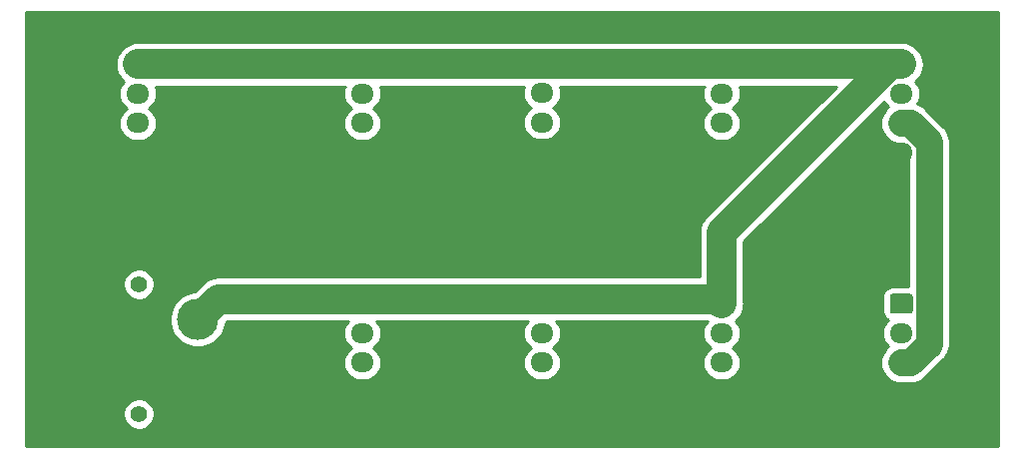
<source format=gbr>
%TF.GenerationSoftware,KiCad,Pcbnew,(5.1.9)-1*%
%TF.CreationDate,2021-07-19T11:43:35+01:00*%
%TF.ProjectId,3S-parallel-board,33532d70-6172-4616-9c6c-656c2d626f61,rev?*%
%TF.SameCoordinates,Original*%
%TF.FileFunction,Copper,L2,Bot*%
%TF.FilePolarity,Positive*%
%FSLAX46Y46*%
G04 Gerber Fmt 4.6, Leading zero omitted, Abs format (unit mm)*
G04 Created by KiCad (PCBNEW (5.1.9)-1) date 2021-07-19 11:43:35*
%MOMM*%
%LPD*%
G01*
G04 APERTURE LIST*
%TA.AperFunction,ComponentPad*%
%ADD10C,3.500000*%
%TD*%
%TA.AperFunction,ComponentPad*%
%ADD11R,3.500000X3.500000*%
%TD*%
%TA.AperFunction,ComponentPad*%
%ADD12C,1.400000*%
%TD*%
%TA.AperFunction,ComponentPad*%
%ADD13O,1.950000X1.700000*%
%TD*%
%TA.AperFunction,Conductor*%
%ADD14C,2.500000*%
%TD*%
%TA.AperFunction,Conductor*%
%ADD15C,2.300000*%
%TD*%
%TA.AperFunction,Conductor*%
%ADD16C,0.254000*%
%TD*%
%TA.AperFunction,Conductor*%
%ADD17C,0.100000*%
%TD*%
G04 APERTURE END LIST*
D10*
%TO.P,J9,2*%
%TO.N,VCC*%
X91440000Y-120730000D03*
D11*
%TO.P,J9,1*%
%TO.N,GND*%
X91440000Y-125730000D03*
D12*
%TO.P,J9,*%
%TO.N,*%
X86440000Y-117730000D03*
X86440000Y-128730000D03*
%TD*%
D13*
%TO.P,J10,4*%
%TO.N,GND*%
X86360000Y-106560000D03*
%TO.P,J10,3*%
%TO.N,Net-(J1-Pad3)*%
X86360000Y-104060000D03*
%TO.P,J10,2*%
%TO.N,Net-(J1-Pad2)*%
X86360000Y-101560000D03*
%TO.P,J10,1*%
%TO.N,VCC*%
%TA.AperFunction,ComponentPad*%
G36*
G01*
X85635000Y-98210000D02*
X87085000Y-98210000D01*
G75*
G02*
X87335000Y-98460000I0J-250000D01*
G01*
X87335000Y-99660000D01*
G75*
G02*
X87085000Y-99910000I-250000J0D01*
G01*
X85635000Y-99910000D01*
G75*
G02*
X85385000Y-99660000I0J250000D01*
G01*
X85385000Y-98460000D01*
G75*
G02*
X85635000Y-98210000I250000J0D01*
G01*
G37*
%TD.AperFunction*%
%TD*%
%TO.P,J8,4*%
%TO.N,GND*%
X151130000Y-126880000D03*
%TO.P,J8,3*%
%TO.N,Net-(J1-Pad3)*%
X151130000Y-124380000D03*
%TO.P,J8,2*%
%TO.N,Net-(J1-Pad2)*%
X151130000Y-121880000D03*
%TO.P,J8,1*%
%TO.N,VCC*%
%TA.AperFunction,ComponentPad*%
G36*
G01*
X150405000Y-118530000D02*
X151855000Y-118530000D01*
G75*
G02*
X152105000Y-118780000I0J-250000D01*
G01*
X152105000Y-119980000D01*
G75*
G02*
X151855000Y-120230000I-250000J0D01*
G01*
X150405000Y-120230000D01*
G75*
G02*
X150155000Y-119980000I0J250000D01*
G01*
X150155000Y-118780000D01*
G75*
G02*
X150405000Y-118530000I250000J0D01*
G01*
G37*
%TD.AperFunction*%
%TD*%
%TO.P,J7,4*%
%TO.N,GND*%
X135890000Y-126880000D03*
%TO.P,J7,3*%
%TO.N,Net-(J1-Pad3)*%
X135890000Y-124380000D03*
%TO.P,J7,2*%
%TO.N,Net-(J1-Pad2)*%
X135890000Y-121880000D03*
%TO.P,J7,1*%
%TO.N,VCC*%
%TA.AperFunction,ComponentPad*%
G36*
G01*
X135165000Y-118530000D02*
X136615000Y-118530000D01*
G75*
G02*
X136865000Y-118780000I0J-250000D01*
G01*
X136865000Y-119980000D01*
G75*
G02*
X136615000Y-120230000I-250000J0D01*
G01*
X135165000Y-120230000D01*
G75*
G02*
X134915000Y-119980000I0J250000D01*
G01*
X134915000Y-118780000D01*
G75*
G02*
X135165000Y-118530000I250000J0D01*
G01*
G37*
%TD.AperFunction*%
%TD*%
%TO.P,J6,4*%
%TO.N,GND*%
X120650000Y-126880000D03*
%TO.P,J6,3*%
%TO.N,Net-(J1-Pad3)*%
X120650000Y-124380000D03*
%TO.P,J6,2*%
%TO.N,Net-(J1-Pad2)*%
X120650000Y-121880000D03*
%TO.P,J6,1*%
%TO.N,VCC*%
%TA.AperFunction,ComponentPad*%
G36*
G01*
X119925000Y-118530000D02*
X121375000Y-118530000D01*
G75*
G02*
X121625000Y-118780000I0J-250000D01*
G01*
X121625000Y-119980000D01*
G75*
G02*
X121375000Y-120230000I-250000J0D01*
G01*
X119925000Y-120230000D01*
G75*
G02*
X119675000Y-119980000I0J250000D01*
G01*
X119675000Y-118780000D01*
G75*
G02*
X119925000Y-118530000I250000J0D01*
G01*
G37*
%TD.AperFunction*%
%TD*%
%TO.P,J5,4*%
%TO.N,GND*%
X105410000Y-126880000D03*
%TO.P,J5,3*%
%TO.N,Net-(J1-Pad3)*%
X105410000Y-124380000D03*
%TO.P,J5,2*%
%TO.N,Net-(J1-Pad2)*%
X105410000Y-121880000D03*
%TO.P,J5,1*%
%TO.N,VCC*%
%TA.AperFunction,ComponentPad*%
G36*
G01*
X104685000Y-118530000D02*
X106135000Y-118530000D01*
G75*
G02*
X106385000Y-118780000I0J-250000D01*
G01*
X106385000Y-119980000D01*
G75*
G02*
X106135000Y-120230000I-250000J0D01*
G01*
X104685000Y-120230000D01*
G75*
G02*
X104435000Y-119980000I0J250000D01*
G01*
X104435000Y-118780000D01*
G75*
G02*
X104685000Y-118530000I250000J0D01*
G01*
G37*
%TD.AperFunction*%
%TD*%
%TO.P,J4,4*%
%TO.N,GND*%
X151130000Y-106560000D03*
%TO.P,J4,3*%
%TO.N,Net-(J1-Pad3)*%
X151130000Y-104060000D03*
%TO.P,J4,2*%
%TO.N,Net-(J1-Pad2)*%
X151130000Y-101560000D03*
%TO.P,J4,1*%
%TO.N,VCC*%
%TA.AperFunction,ComponentPad*%
G36*
G01*
X150405000Y-98210000D02*
X151855000Y-98210000D01*
G75*
G02*
X152105000Y-98460000I0J-250000D01*
G01*
X152105000Y-99660000D01*
G75*
G02*
X151855000Y-99910000I-250000J0D01*
G01*
X150405000Y-99910000D01*
G75*
G02*
X150155000Y-99660000I0J250000D01*
G01*
X150155000Y-98460000D01*
G75*
G02*
X150405000Y-98210000I250000J0D01*
G01*
G37*
%TD.AperFunction*%
%TD*%
%TO.P,J3,4*%
%TO.N,GND*%
X135890000Y-106560000D03*
%TO.P,J3,3*%
%TO.N,Net-(J1-Pad3)*%
X135890000Y-104060000D03*
%TO.P,J3,2*%
%TO.N,Net-(J1-Pad2)*%
X135890000Y-101560000D03*
%TO.P,J3,1*%
%TO.N,VCC*%
%TA.AperFunction,ComponentPad*%
G36*
G01*
X135165000Y-98210000D02*
X136615000Y-98210000D01*
G75*
G02*
X136865000Y-98460000I0J-250000D01*
G01*
X136865000Y-99660000D01*
G75*
G02*
X136615000Y-99910000I-250000J0D01*
G01*
X135165000Y-99910000D01*
G75*
G02*
X134915000Y-99660000I0J250000D01*
G01*
X134915000Y-98460000D01*
G75*
G02*
X135165000Y-98210000I250000J0D01*
G01*
G37*
%TD.AperFunction*%
%TD*%
%TO.P,J2,4*%
%TO.N,GND*%
X120650000Y-106520000D03*
%TO.P,J2,3*%
%TO.N,Net-(J1-Pad3)*%
X120650000Y-104020000D03*
%TO.P,J2,2*%
%TO.N,Net-(J1-Pad2)*%
X120650000Y-101520000D03*
%TO.P,J2,1*%
%TO.N,VCC*%
%TA.AperFunction,ComponentPad*%
G36*
G01*
X119925000Y-98170000D02*
X121375000Y-98170000D01*
G75*
G02*
X121625000Y-98420000I0J-250000D01*
G01*
X121625000Y-99620000D01*
G75*
G02*
X121375000Y-99870000I-250000J0D01*
G01*
X119925000Y-99870000D01*
G75*
G02*
X119675000Y-99620000I0J250000D01*
G01*
X119675000Y-98420000D01*
G75*
G02*
X119925000Y-98170000I250000J0D01*
G01*
G37*
%TD.AperFunction*%
%TD*%
%TO.P,J1,4*%
%TO.N,GND*%
X105410000Y-106560000D03*
%TO.P,J1,3*%
%TO.N,Net-(J1-Pad3)*%
X105410000Y-104060000D03*
%TO.P,J1,2*%
%TO.N,Net-(J1-Pad2)*%
X105410000Y-101560000D03*
%TO.P,J1,1*%
%TO.N,VCC*%
%TA.AperFunction,ComponentPad*%
G36*
G01*
X104685000Y-98210000D02*
X106135000Y-98210000D01*
G75*
G02*
X106385000Y-98460000I0J-250000D01*
G01*
X106385000Y-99660000D01*
G75*
G02*
X106135000Y-99910000I-250000J0D01*
G01*
X104685000Y-99910000D01*
G75*
G02*
X104435000Y-99660000I0J250000D01*
G01*
X104435000Y-98460000D01*
G75*
G02*
X104685000Y-98210000I250000J0D01*
G01*
G37*
%TD.AperFunction*%
%TD*%
D14*
%TO.N,VCC*%
X135490001Y-118980001D02*
X135890000Y-119380000D01*
X93189999Y-118980001D02*
X135490001Y-118980001D01*
X91440000Y-120730000D02*
X93189999Y-118980001D01*
X135890000Y-113325000D02*
X135890000Y-119380000D01*
X150155000Y-99060000D02*
X135890000Y-113325000D01*
X151130000Y-99060000D02*
X150155000Y-99060000D01*
X151130000Y-99060000D02*
X86360000Y-99060000D01*
D15*
%TO.N,Net-(J1-Pad3)*%
X151866283Y-124380000D02*
X151130000Y-124380000D01*
X153455010Y-122791273D02*
X151866283Y-124380000D01*
X151866283Y-104060000D02*
X153455010Y-105648727D01*
X153455010Y-105648727D02*
X153455010Y-122791273D01*
X151130000Y-104060000D02*
X151866283Y-104060000D01*
%TD*%
D16*
%TO.N,GND*%
X159360001Y-131420000D02*
X76860000Y-131420000D01*
X76860000Y-128598514D01*
X85105000Y-128598514D01*
X85105000Y-128861486D01*
X85156304Y-129119405D01*
X85256939Y-129362359D01*
X85403038Y-129581013D01*
X85588987Y-129766962D01*
X85807641Y-129913061D01*
X86050595Y-130013696D01*
X86308514Y-130065000D01*
X86571486Y-130065000D01*
X86829405Y-130013696D01*
X87072359Y-129913061D01*
X87291013Y-129766962D01*
X87476962Y-129581013D01*
X87623061Y-129362359D01*
X87723696Y-129119405D01*
X87775000Y-128861486D01*
X87775000Y-128598514D01*
X87723696Y-128340595D01*
X87623061Y-128097641D01*
X87476962Y-127878987D01*
X87291013Y-127693038D01*
X87072359Y-127546939D01*
X86829405Y-127446304D01*
X86571486Y-127395000D01*
X86308514Y-127395000D01*
X86050595Y-127446304D01*
X85807641Y-127546939D01*
X85588987Y-127693038D01*
X85403038Y-127878987D01*
X85256939Y-128097641D01*
X85156304Y-128340595D01*
X85105000Y-128598514D01*
X76860000Y-128598514D01*
X76860000Y-117598514D01*
X85105000Y-117598514D01*
X85105000Y-117861486D01*
X85156304Y-118119405D01*
X85256939Y-118362359D01*
X85403038Y-118581013D01*
X85588987Y-118766962D01*
X85807641Y-118913061D01*
X86050595Y-119013696D01*
X86308514Y-119065000D01*
X86571486Y-119065000D01*
X86829405Y-119013696D01*
X87072359Y-118913061D01*
X87291013Y-118766962D01*
X87476962Y-118581013D01*
X87623061Y-118362359D01*
X87723696Y-118119405D01*
X87775000Y-117861486D01*
X87775000Y-117598514D01*
X87723696Y-117340595D01*
X87623061Y-117097641D01*
X87476962Y-116878987D01*
X87291013Y-116693038D01*
X87072359Y-116546939D01*
X86829405Y-116446304D01*
X86571486Y-116395000D01*
X86308514Y-116395000D01*
X86050595Y-116446304D01*
X85807641Y-116546939D01*
X85588987Y-116693038D01*
X85403038Y-116878987D01*
X85256939Y-117097641D01*
X85156304Y-117340595D01*
X85105000Y-117598514D01*
X76860000Y-117598514D01*
X76860000Y-99060000D01*
X84465880Y-99060000D01*
X84502275Y-99429524D01*
X84610061Y-99784848D01*
X84785097Y-100112317D01*
X85020655Y-100399345D01*
X85167537Y-100519888D01*
X84994294Y-100730986D01*
X84856401Y-100988966D01*
X84771487Y-101268889D01*
X84742815Y-101560000D01*
X84771487Y-101851111D01*
X84856401Y-102131034D01*
X84994294Y-102389014D01*
X85179866Y-102615134D01*
X85405986Y-102800706D01*
X85423374Y-102810000D01*
X85405986Y-102819294D01*
X85179866Y-103004866D01*
X84994294Y-103230986D01*
X84856401Y-103488966D01*
X84771487Y-103768889D01*
X84742815Y-104060000D01*
X84771487Y-104351111D01*
X84856401Y-104631034D01*
X84994294Y-104889014D01*
X85179866Y-105115134D01*
X85405986Y-105300706D01*
X85663966Y-105438599D01*
X85943889Y-105523513D01*
X86162050Y-105545000D01*
X86557950Y-105545000D01*
X86776111Y-105523513D01*
X87056034Y-105438599D01*
X87314014Y-105300706D01*
X87540134Y-105115134D01*
X87725706Y-104889014D01*
X87863599Y-104631034D01*
X87948513Y-104351111D01*
X87977185Y-104060000D01*
X87948513Y-103768889D01*
X87863599Y-103488966D01*
X87725706Y-103230986D01*
X87540134Y-103004866D01*
X87314014Y-102819294D01*
X87296626Y-102810000D01*
X87314014Y-102800706D01*
X87540134Y-102615134D01*
X87725706Y-102389014D01*
X87863599Y-102131034D01*
X87948513Y-101851111D01*
X87977185Y-101560000D01*
X87948513Y-101268889D01*
X87863599Y-100988966D01*
X87840099Y-100945000D01*
X103929901Y-100945000D01*
X103906401Y-100988966D01*
X103821487Y-101268889D01*
X103792815Y-101560000D01*
X103821487Y-101851111D01*
X103906401Y-102131034D01*
X104044294Y-102389014D01*
X104229866Y-102615134D01*
X104455986Y-102800706D01*
X104473374Y-102810000D01*
X104455986Y-102819294D01*
X104229866Y-103004866D01*
X104044294Y-103230986D01*
X103906401Y-103488966D01*
X103821487Y-103768889D01*
X103792815Y-104060000D01*
X103821487Y-104351111D01*
X103906401Y-104631034D01*
X104044294Y-104889014D01*
X104229866Y-105115134D01*
X104455986Y-105300706D01*
X104713966Y-105438599D01*
X104993889Y-105523513D01*
X105212050Y-105545000D01*
X105607950Y-105545000D01*
X105826111Y-105523513D01*
X106106034Y-105438599D01*
X106364014Y-105300706D01*
X106590134Y-105115134D01*
X106775706Y-104889014D01*
X106913599Y-104631034D01*
X106998513Y-104351111D01*
X107027185Y-104060000D01*
X106998513Y-103768889D01*
X106913599Y-103488966D01*
X106775706Y-103230986D01*
X106590134Y-103004866D01*
X106364014Y-102819294D01*
X106346626Y-102810000D01*
X106364014Y-102800706D01*
X106590134Y-102615134D01*
X106775706Y-102389014D01*
X106913599Y-102131034D01*
X106998513Y-101851111D01*
X107027185Y-101560000D01*
X106998513Y-101268889D01*
X106913599Y-100988966D01*
X106890099Y-100945000D01*
X119148521Y-100945000D01*
X119146401Y-100948966D01*
X119061487Y-101228889D01*
X119032815Y-101520000D01*
X119061487Y-101811111D01*
X119146401Y-102091034D01*
X119284294Y-102349014D01*
X119469866Y-102575134D01*
X119695986Y-102760706D01*
X119713374Y-102770000D01*
X119695986Y-102779294D01*
X119469866Y-102964866D01*
X119284294Y-103190986D01*
X119146401Y-103448966D01*
X119061487Y-103728889D01*
X119032815Y-104020000D01*
X119061487Y-104311111D01*
X119146401Y-104591034D01*
X119284294Y-104849014D01*
X119469866Y-105075134D01*
X119695986Y-105260706D01*
X119953966Y-105398599D01*
X120233889Y-105483513D01*
X120452050Y-105505000D01*
X120847950Y-105505000D01*
X121066111Y-105483513D01*
X121346034Y-105398599D01*
X121604014Y-105260706D01*
X121830134Y-105075134D01*
X122015706Y-104849014D01*
X122153599Y-104591034D01*
X122238513Y-104311111D01*
X122267185Y-104020000D01*
X122238513Y-103728889D01*
X122153599Y-103448966D01*
X122015706Y-103190986D01*
X121830134Y-102964866D01*
X121604014Y-102779294D01*
X121586626Y-102770000D01*
X121604014Y-102760706D01*
X121830134Y-102575134D01*
X122015706Y-102349014D01*
X122153599Y-102091034D01*
X122238513Y-101811111D01*
X122267185Y-101520000D01*
X122238513Y-101228889D01*
X122153599Y-100948966D01*
X122151479Y-100945000D01*
X134409901Y-100945000D01*
X134386401Y-100988966D01*
X134301487Y-101268889D01*
X134272815Y-101560000D01*
X134301487Y-101851111D01*
X134386401Y-102131034D01*
X134524294Y-102389014D01*
X134709866Y-102615134D01*
X134935986Y-102800706D01*
X134953374Y-102810000D01*
X134935986Y-102819294D01*
X134709866Y-103004866D01*
X134524294Y-103230986D01*
X134386401Y-103488966D01*
X134301487Y-103768889D01*
X134272815Y-104060000D01*
X134301487Y-104351111D01*
X134386401Y-104631034D01*
X134524294Y-104889014D01*
X134709866Y-105115134D01*
X134935986Y-105300706D01*
X135193966Y-105438599D01*
X135473889Y-105523513D01*
X135692050Y-105545000D01*
X136087950Y-105545000D01*
X136306111Y-105523513D01*
X136586034Y-105438599D01*
X136844014Y-105300706D01*
X137070134Y-105115134D01*
X137255706Y-104889014D01*
X137393599Y-104631034D01*
X137478513Y-104351111D01*
X137507185Y-104060000D01*
X137478513Y-103768889D01*
X137393599Y-103488966D01*
X137255706Y-103230986D01*
X137070134Y-103004866D01*
X136844014Y-102819294D01*
X136826626Y-102810000D01*
X136844014Y-102800706D01*
X137070134Y-102615134D01*
X137255706Y-102389014D01*
X137393599Y-102131034D01*
X137478513Y-101851111D01*
X137507185Y-101560000D01*
X137478513Y-101268889D01*
X137393599Y-100988966D01*
X137370099Y-100945000D01*
X145604208Y-100945000D01*
X134622582Y-111926626D01*
X134550655Y-111985655D01*
X134315097Y-112272683D01*
X134140061Y-112600153D01*
X134032275Y-112955477D01*
X134005000Y-113232404D01*
X134005000Y-113232411D01*
X133995881Y-113325000D01*
X134005000Y-113417589D01*
X134005001Y-117095001D01*
X93282585Y-117095001D01*
X93189998Y-117085882D01*
X93097411Y-117095001D01*
X93097402Y-117095001D01*
X92820475Y-117122276D01*
X92465151Y-117230062D01*
X92137682Y-117405098D01*
X92137680Y-117405099D01*
X92137681Y-117405099D01*
X91922578Y-117581629D01*
X91922576Y-117581631D01*
X91850654Y-117640656D01*
X91791629Y-117712578D01*
X91147813Y-118356395D01*
X90744321Y-118436654D01*
X90310279Y-118616440D01*
X89919651Y-118877450D01*
X89587450Y-119209651D01*
X89326440Y-119600279D01*
X89146654Y-120034321D01*
X89055000Y-120495098D01*
X89055000Y-120964902D01*
X89146654Y-121425679D01*
X89326440Y-121859721D01*
X89587450Y-122250349D01*
X89919651Y-122582550D01*
X90310279Y-122843560D01*
X90744321Y-123023346D01*
X91205098Y-123115000D01*
X91674902Y-123115000D01*
X92135679Y-123023346D01*
X92569721Y-122843560D01*
X92960349Y-122582550D01*
X93292550Y-122250349D01*
X93553560Y-121859721D01*
X93733346Y-121425679D01*
X93813605Y-121022187D01*
X93970792Y-120865001D01*
X104196928Y-120865001D01*
X104044294Y-121050986D01*
X103906401Y-121308966D01*
X103821487Y-121588889D01*
X103792815Y-121880000D01*
X103821487Y-122171111D01*
X103906401Y-122451034D01*
X104044294Y-122709014D01*
X104229866Y-122935134D01*
X104455986Y-123120706D01*
X104473374Y-123130000D01*
X104455986Y-123139294D01*
X104229866Y-123324866D01*
X104044294Y-123550986D01*
X103906401Y-123808966D01*
X103821487Y-124088889D01*
X103792815Y-124380000D01*
X103821487Y-124671111D01*
X103906401Y-124951034D01*
X104044294Y-125209014D01*
X104229866Y-125435134D01*
X104455986Y-125620706D01*
X104713966Y-125758599D01*
X104993889Y-125843513D01*
X105212050Y-125865000D01*
X105607950Y-125865000D01*
X105826111Y-125843513D01*
X106106034Y-125758599D01*
X106364014Y-125620706D01*
X106590134Y-125435134D01*
X106775706Y-125209014D01*
X106913599Y-124951034D01*
X106998513Y-124671111D01*
X107027185Y-124380000D01*
X106998513Y-124088889D01*
X106913599Y-123808966D01*
X106775706Y-123550986D01*
X106590134Y-123324866D01*
X106364014Y-123139294D01*
X106346626Y-123130000D01*
X106364014Y-123120706D01*
X106590134Y-122935134D01*
X106775706Y-122709014D01*
X106913599Y-122451034D01*
X106998513Y-122171111D01*
X107027185Y-121880000D01*
X106998513Y-121588889D01*
X106913599Y-121308966D01*
X106775706Y-121050986D01*
X106623072Y-120865001D01*
X119436928Y-120865001D01*
X119284294Y-121050986D01*
X119146401Y-121308966D01*
X119061487Y-121588889D01*
X119032815Y-121880000D01*
X119061487Y-122171111D01*
X119146401Y-122451034D01*
X119284294Y-122709014D01*
X119469866Y-122935134D01*
X119695986Y-123120706D01*
X119713374Y-123130000D01*
X119695986Y-123139294D01*
X119469866Y-123324866D01*
X119284294Y-123550986D01*
X119146401Y-123808966D01*
X119061487Y-124088889D01*
X119032815Y-124380000D01*
X119061487Y-124671111D01*
X119146401Y-124951034D01*
X119284294Y-125209014D01*
X119469866Y-125435134D01*
X119695986Y-125620706D01*
X119953966Y-125758599D01*
X120233889Y-125843513D01*
X120452050Y-125865000D01*
X120847950Y-125865000D01*
X121066111Y-125843513D01*
X121346034Y-125758599D01*
X121604014Y-125620706D01*
X121830134Y-125435134D01*
X122015706Y-125209014D01*
X122153599Y-124951034D01*
X122238513Y-124671111D01*
X122267185Y-124380000D01*
X122238513Y-124088889D01*
X122153599Y-123808966D01*
X122015706Y-123550986D01*
X121830134Y-123324866D01*
X121604014Y-123139294D01*
X121586626Y-123130000D01*
X121604014Y-123120706D01*
X121830134Y-122935134D01*
X122015706Y-122709014D01*
X122153599Y-122451034D01*
X122238513Y-122171111D01*
X122267185Y-121880000D01*
X122238513Y-121588889D01*
X122153599Y-121308966D01*
X122015706Y-121050986D01*
X121863072Y-120865001D01*
X134676928Y-120865001D01*
X134524294Y-121050986D01*
X134386401Y-121308966D01*
X134301487Y-121588889D01*
X134272815Y-121880000D01*
X134301487Y-122171111D01*
X134386401Y-122451034D01*
X134524294Y-122709014D01*
X134709866Y-122935134D01*
X134935986Y-123120706D01*
X134953374Y-123130000D01*
X134935986Y-123139294D01*
X134709866Y-123324866D01*
X134524294Y-123550986D01*
X134386401Y-123808966D01*
X134301487Y-124088889D01*
X134272815Y-124380000D01*
X134301487Y-124671111D01*
X134386401Y-124951034D01*
X134524294Y-125209014D01*
X134709866Y-125435134D01*
X134935986Y-125620706D01*
X135193966Y-125758599D01*
X135473889Y-125843513D01*
X135692050Y-125865000D01*
X136087950Y-125865000D01*
X136306111Y-125843513D01*
X136586034Y-125758599D01*
X136844014Y-125620706D01*
X137070134Y-125435134D01*
X137255706Y-125209014D01*
X137393599Y-124951034D01*
X137478513Y-124671111D01*
X137507185Y-124380000D01*
X137478513Y-124088889D01*
X137393599Y-123808966D01*
X137255706Y-123550986D01*
X137070134Y-123324866D01*
X136844014Y-123139294D01*
X136826626Y-123130000D01*
X136844014Y-123120706D01*
X137070134Y-122935134D01*
X137255706Y-122709014D01*
X137393599Y-122451034D01*
X137478513Y-122171111D01*
X137507185Y-121880000D01*
X137478513Y-121588889D01*
X137393599Y-121308966D01*
X137255706Y-121050986D01*
X137082463Y-120839888D01*
X137229345Y-120719345D01*
X137464903Y-120432317D01*
X137639939Y-120104848D01*
X137747725Y-119749524D01*
X137775000Y-119472597D01*
X137775000Y-119472588D01*
X137784119Y-119379999D01*
X137775000Y-119287410D01*
X137775000Y-114105792D01*
X149669369Y-102211423D01*
X149764294Y-102389014D01*
X149949866Y-102615134D01*
X150013365Y-102667246D01*
X149861708Y-102791708D01*
X149638646Y-103063509D01*
X149472896Y-103373605D01*
X149370828Y-103710079D01*
X149336364Y-104060000D01*
X149370828Y-104409921D01*
X149472896Y-104746395D01*
X149638646Y-105056491D01*
X149861708Y-105328292D01*
X150133509Y-105551354D01*
X150443605Y-105717104D01*
X150780079Y-105819172D01*
X151042317Y-105845000D01*
X151126913Y-105845000D01*
X151670010Y-106388098D01*
X151670011Y-117891928D01*
X150405000Y-117891928D01*
X150231746Y-117908992D01*
X150065150Y-117959528D01*
X149911614Y-118041595D01*
X149777038Y-118152038D01*
X149666595Y-118286614D01*
X149584528Y-118440150D01*
X149533992Y-118606746D01*
X149516928Y-118780000D01*
X149516928Y-119980000D01*
X149533992Y-120153254D01*
X149584528Y-120319850D01*
X149666595Y-120473386D01*
X149777038Y-120607962D01*
X149911614Y-120718405D01*
X150013337Y-120772777D01*
X149949866Y-120824866D01*
X149764294Y-121050986D01*
X149626401Y-121308966D01*
X149541487Y-121588889D01*
X149512815Y-121880000D01*
X149541487Y-122171111D01*
X149626401Y-122451034D01*
X149764294Y-122709014D01*
X149949866Y-122935134D01*
X150013365Y-122987246D01*
X149861708Y-123111708D01*
X149638646Y-123383509D01*
X149472896Y-123693605D01*
X149370828Y-124030079D01*
X149336364Y-124380000D01*
X149370828Y-124729921D01*
X149472896Y-125066395D01*
X149638646Y-125376491D01*
X149861708Y-125648292D01*
X150133509Y-125871354D01*
X150443605Y-126037104D01*
X150780079Y-126139172D01*
X151042317Y-126165000D01*
X151778608Y-126165000D01*
X151866283Y-126173635D01*
X151953958Y-126165000D01*
X151953966Y-126165000D01*
X152216204Y-126139172D01*
X152552678Y-126037104D01*
X152862774Y-125871354D01*
X153134575Y-125648292D01*
X153190474Y-125580179D01*
X154655194Y-124115460D01*
X154723302Y-124059565D01*
X154946364Y-123787764D01*
X155112114Y-123477668D01*
X155214182Y-123141194D01*
X155240010Y-122878956D01*
X155240010Y-122878947D01*
X155248645Y-122791274D01*
X155240010Y-122703601D01*
X155240010Y-105736399D01*
X155248645Y-105648726D01*
X155240010Y-105561053D01*
X155240010Y-105561044D01*
X155214182Y-105298806D01*
X155112114Y-104962332D01*
X154946364Y-104652236D01*
X154723302Y-104380435D01*
X154655195Y-104324541D01*
X153190474Y-102859821D01*
X153134575Y-102791708D01*
X152862774Y-102568646D01*
X152552678Y-102402896D01*
X152497270Y-102386088D01*
X152633599Y-102131034D01*
X152718513Y-101851111D01*
X152747185Y-101560000D01*
X152718513Y-101268889D01*
X152633599Y-100988966D01*
X152495706Y-100730986D01*
X152322463Y-100519888D01*
X152469345Y-100399345D01*
X152704903Y-100112317D01*
X152879939Y-99784848D01*
X152987725Y-99429524D01*
X153024120Y-99060000D01*
X152987725Y-98690476D01*
X152879939Y-98335152D01*
X152704903Y-98007683D01*
X152469345Y-97720655D01*
X152182317Y-97485097D01*
X151854848Y-97310061D01*
X151499524Y-97202275D01*
X151222597Y-97175000D01*
X150247586Y-97175000D01*
X150154999Y-97165881D01*
X150062412Y-97175000D01*
X86267403Y-97175000D01*
X85990476Y-97202275D01*
X85635152Y-97310061D01*
X85307683Y-97485097D01*
X85020655Y-97720655D01*
X84785097Y-98007683D01*
X84610061Y-98335152D01*
X84502275Y-98690476D01*
X84465880Y-99060000D01*
X76860000Y-99060000D01*
X76860000Y-94640000D01*
X159360000Y-94640000D01*
X159360001Y-131420000D01*
%TA.AperFunction,Conductor*%
D17*
G36*
X159360001Y-131420000D02*
G01*
X76860000Y-131420000D01*
X76860000Y-128598514D01*
X85105000Y-128598514D01*
X85105000Y-128861486D01*
X85156304Y-129119405D01*
X85256939Y-129362359D01*
X85403038Y-129581013D01*
X85588987Y-129766962D01*
X85807641Y-129913061D01*
X86050595Y-130013696D01*
X86308514Y-130065000D01*
X86571486Y-130065000D01*
X86829405Y-130013696D01*
X87072359Y-129913061D01*
X87291013Y-129766962D01*
X87476962Y-129581013D01*
X87623061Y-129362359D01*
X87723696Y-129119405D01*
X87775000Y-128861486D01*
X87775000Y-128598514D01*
X87723696Y-128340595D01*
X87623061Y-128097641D01*
X87476962Y-127878987D01*
X87291013Y-127693038D01*
X87072359Y-127546939D01*
X86829405Y-127446304D01*
X86571486Y-127395000D01*
X86308514Y-127395000D01*
X86050595Y-127446304D01*
X85807641Y-127546939D01*
X85588987Y-127693038D01*
X85403038Y-127878987D01*
X85256939Y-128097641D01*
X85156304Y-128340595D01*
X85105000Y-128598514D01*
X76860000Y-128598514D01*
X76860000Y-117598514D01*
X85105000Y-117598514D01*
X85105000Y-117861486D01*
X85156304Y-118119405D01*
X85256939Y-118362359D01*
X85403038Y-118581013D01*
X85588987Y-118766962D01*
X85807641Y-118913061D01*
X86050595Y-119013696D01*
X86308514Y-119065000D01*
X86571486Y-119065000D01*
X86829405Y-119013696D01*
X87072359Y-118913061D01*
X87291013Y-118766962D01*
X87476962Y-118581013D01*
X87623061Y-118362359D01*
X87723696Y-118119405D01*
X87775000Y-117861486D01*
X87775000Y-117598514D01*
X87723696Y-117340595D01*
X87623061Y-117097641D01*
X87476962Y-116878987D01*
X87291013Y-116693038D01*
X87072359Y-116546939D01*
X86829405Y-116446304D01*
X86571486Y-116395000D01*
X86308514Y-116395000D01*
X86050595Y-116446304D01*
X85807641Y-116546939D01*
X85588987Y-116693038D01*
X85403038Y-116878987D01*
X85256939Y-117097641D01*
X85156304Y-117340595D01*
X85105000Y-117598514D01*
X76860000Y-117598514D01*
X76860000Y-99060000D01*
X84465880Y-99060000D01*
X84502275Y-99429524D01*
X84610061Y-99784848D01*
X84785097Y-100112317D01*
X85020655Y-100399345D01*
X85167537Y-100519888D01*
X84994294Y-100730986D01*
X84856401Y-100988966D01*
X84771487Y-101268889D01*
X84742815Y-101560000D01*
X84771487Y-101851111D01*
X84856401Y-102131034D01*
X84994294Y-102389014D01*
X85179866Y-102615134D01*
X85405986Y-102800706D01*
X85423374Y-102810000D01*
X85405986Y-102819294D01*
X85179866Y-103004866D01*
X84994294Y-103230986D01*
X84856401Y-103488966D01*
X84771487Y-103768889D01*
X84742815Y-104060000D01*
X84771487Y-104351111D01*
X84856401Y-104631034D01*
X84994294Y-104889014D01*
X85179866Y-105115134D01*
X85405986Y-105300706D01*
X85663966Y-105438599D01*
X85943889Y-105523513D01*
X86162050Y-105545000D01*
X86557950Y-105545000D01*
X86776111Y-105523513D01*
X87056034Y-105438599D01*
X87314014Y-105300706D01*
X87540134Y-105115134D01*
X87725706Y-104889014D01*
X87863599Y-104631034D01*
X87948513Y-104351111D01*
X87977185Y-104060000D01*
X87948513Y-103768889D01*
X87863599Y-103488966D01*
X87725706Y-103230986D01*
X87540134Y-103004866D01*
X87314014Y-102819294D01*
X87296626Y-102810000D01*
X87314014Y-102800706D01*
X87540134Y-102615134D01*
X87725706Y-102389014D01*
X87863599Y-102131034D01*
X87948513Y-101851111D01*
X87977185Y-101560000D01*
X87948513Y-101268889D01*
X87863599Y-100988966D01*
X87840099Y-100945000D01*
X103929901Y-100945000D01*
X103906401Y-100988966D01*
X103821487Y-101268889D01*
X103792815Y-101560000D01*
X103821487Y-101851111D01*
X103906401Y-102131034D01*
X104044294Y-102389014D01*
X104229866Y-102615134D01*
X104455986Y-102800706D01*
X104473374Y-102810000D01*
X104455986Y-102819294D01*
X104229866Y-103004866D01*
X104044294Y-103230986D01*
X103906401Y-103488966D01*
X103821487Y-103768889D01*
X103792815Y-104060000D01*
X103821487Y-104351111D01*
X103906401Y-104631034D01*
X104044294Y-104889014D01*
X104229866Y-105115134D01*
X104455986Y-105300706D01*
X104713966Y-105438599D01*
X104993889Y-105523513D01*
X105212050Y-105545000D01*
X105607950Y-105545000D01*
X105826111Y-105523513D01*
X106106034Y-105438599D01*
X106364014Y-105300706D01*
X106590134Y-105115134D01*
X106775706Y-104889014D01*
X106913599Y-104631034D01*
X106998513Y-104351111D01*
X107027185Y-104060000D01*
X106998513Y-103768889D01*
X106913599Y-103488966D01*
X106775706Y-103230986D01*
X106590134Y-103004866D01*
X106364014Y-102819294D01*
X106346626Y-102810000D01*
X106364014Y-102800706D01*
X106590134Y-102615134D01*
X106775706Y-102389014D01*
X106913599Y-102131034D01*
X106998513Y-101851111D01*
X107027185Y-101560000D01*
X106998513Y-101268889D01*
X106913599Y-100988966D01*
X106890099Y-100945000D01*
X119148521Y-100945000D01*
X119146401Y-100948966D01*
X119061487Y-101228889D01*
X119032815Y-101520000D01*
X119061487Y-101811111D01*
X119146401Y-102091034D01*
X119284294Y-102349014D01*
X119469866Y-102575134D01*
X119695986Y-102760706D01*
X119713374Y-102770000D01*
X119695986Y-102779294D01*
X119469866Y-102964866D01*
X119284294Y-103190986D01*
X119146401Y-103448966D01*
X119061487Y-103728889D01*
X119032815Y-104020000D01*
X119061487Y-104311111D01*
X119146401Y-104591034D01*
X119284294Y-104849014D01*
X119469866Y-105075134D01*
X119695986Y-105260706D01*
X119953966Y-105398599D01*
X120233889Y-105483513D01*
X120452050Y-105505000D01*
X120847950Y-105505000D01*
X121066111Y-105483513D01*
X121346034Y-105398599D01*
X121604014Y-105260706D01*
X121830134Y-105075134D01*
X122015706Y-104849014D01*
X122153599Y-104591034D01*
X122238513Y-104311111D01*
X122267185Y-104020000D01*
X122238513Y-103728889D01*
X122153599Y-103448966D01*
X122015706Y-103190986D01*
X121830134Y-102964866D01*
X121604014Y-102779294D01*
X121586626Y-102770000D01*
X121604014Y-102760706D01*
X121830134Y-102575134D01*
X122015706Y-102349014D01*
X122153599Y-102091034D01*
X122238513Y-101811111D01*
X122267185Y-101520000D01*
X122238513Y-101228889D01*
X122153599Y-100948966D01*
X122151479Y-100945000D01*
X134409901Y-100945000D01*
X134386401Y-100988966D01*
X134301487Y-101268889D01*
X134272815Y-101560000D01*
X134301487Y-101851111D01*
X134386401Y-102131034D01*
X134524294Y-102389014D01*
X134709866Y-102615134D01*
X134935986Y-102800706D01*
X134953374Y-102810000D01*
X134935986Y-102819294D01*
X134709866Y-103004866D01*
X134524294Y-103230986D01*
X134386401Y-103488966D01*
X134301487Y-103768889D01*
X134272815Y-104060000D01*
X134301487Y-104351111D01*
X134386401Y-104631034D01*
X134524294Y-104889014D01*
X134709866Y-105115134D01*
X134935986Y-105300706D01*
X135193966Y-105438599D01*
X135473889Y-105523513D01*
X135692050Y-105545000D01*
X136087950Y-105545000D01*
X136306111Y-105523513D01*
X136586034Y-105438599D01*
X136844014Y-105300706D01*
X137070134Y-105115134D01*
X137255706Y-104889014D01*
X137393599Y-104631034D01*
X137478513Y-104351111D01*
X137507185Y-104060000D01*
X137478513Y-103768889D01*
X137393599Y-103488966D01*
X137255706Y-103230986D01*
X137070134Y-103004866D01*
X136844014Y-102819294D01*
X136826626Y-102810000D01*
X136844014Y-102800706D01*
X137070134Y-102615134D01*
X137255706Y-102389014D01*
X137393599Y-102131034D01*
X137478513Y-101851111D01*
X137507185Y-101560000D01*
X137478513Y-101268889D01*
X137393599Y-100988966D01*
X137370099Y-100945000D01*
X145604208Y-100945000D01*
X134622582Y-111926626D01*
X134550655Y-111985655D01*
X134315097Y-112272683D01*
X134140061Y-112600153D01*
X134032275Y-112955477D01*
X134005000Y-113232404D01*
X134005000Y-113232411D01*
X133995881Y-113325000D01*
X134005000Y-113417589D01*
X134005001Y-117095001D01*
X93282585Y-117095001D01*
X93189998Y-117085882D01*
X93097411Y-117095001D01*
X93097402Y-117095001D01*
X92820475Y-117122276D01*
X92465151Y-117230062D01*
X92137682Y-117405098D01*
X92137680Y-117405099D01*
X92137681Y-117405099D01*
X91922578Y-117581629D01*
X91922576Y-117581631D01*
X91850654Y-117640656D01*
X91791629Y-117712578D01*
X91147813Y-118356395D01*
X90744321Y-118436654D01*
X90310279Y-118616440D01*
X89919651Y-118877450D01*
X89587450Y-119209651D01*
X89326440Y-119600279D01*
X89146654Y-120034321D01*
X89055000Y-120495098D01*
X89055000Y-120964902D01*
X89146654Y-121425679D01*
X89326440Y-121859721D01*
X89587450Y-122250349D01*
X89919651Y-122582550D01*
X90310279Y-122843560D01*
X90744321Y-123023346D01*
X91205098Y-123115000D01*
X91674902Y-123115000D01*
X92135679Y-123023346D01*
X92569721Y-122843560D01*
X92960349Y-122582550D01*
X93292550Y-122250349D01*
X93553560Y-121859721D01*
X93733346Y-121425679D01*
X93813605Y-121022187D01*
X93970792Y-120865001D01*
X104196928Y-120865001D01*
X104044294Y-121050986D01*
X103906401Y-121308966D01*
X103821487Y-121588889D01*
X103792815Y-121880000D01*
X103821487Y-122171111D01*
X103906401Y-122451034D01*
X104044294Y-122709014D01*
X104229866Y-122935134D01*
X104455986Y-123120706D01*
X104473374Y-123130000D01*
X104455986Y-123139294D01*
X104229866Y-123324866D01*
X104044294Y-123550986D01*
X103906401Y-123808966D01*
X103821487Y-124088889D01*
X103792815Y-124380000D01*
X103821487Y-124671111D01*
X103906401Y-124951034D01*
X104044294Y-125209014D01*
X104229866Y-125435134D01*
X104455986Y-125620706D01*
X104713966Y-125758599D01*
X104993889Y-125843513D01*
X105212050Y-125865000D01*
X105607950Y-125865000D01*
X105826111Y-125843513D01*
X106106034Y-125758599D01*
X106364014Y-125620706D01*
X106590134Y-125435134D01*
X106775706Y-125209014D01*
X106913599Y-124951034D01*
X106998513Y-124671111D01*
X107027185Y-124380000D01*
X106998513Y-124088889D01*
X106913599Y-123808966D01*
X106775706Y-123550986D01*
X106590134Y-123324866D01*
X106364014Y-123139294D01*
X106346626Y-123130000D01*
X106364014Y-123120706D01*
X106590134Y-122935134D01*
X106775706Y-122709014D01*
X106913599Y-122451034D01*
X106998513Y-122171111D01*
X107027185Y-121880000D01*
X106998513Y-121588889D01*
X106913599Y-121308966D01*
X106775706Y-121050986D01*
X106623072Y-120865001D01*
X119436928Y-120865001D01*
X119284294Y-121050986D01*
X119146401Y-121308966D01*
X119061487Y-121588889D01*
X119032815Y-121880000D01*
X119061487Y-122171111D01*
X119146401Y-122451034D01*
X119284294Y-122709014D01*
X119469866Y-122935134D01*
X119695986Y-123120706D01*
X119713374Y-123130000D01*
X119695986Y-123139294D01*
X119469866Y-123324866D01*
X119284294Y-123550986D01*
X119146401Y-123808966D01*
X119061487Y-124088889D01*
X119032815Y-124380000D01*
X119061487Y-124671111D01*
X119146401Y-124951034D01*
X119284294Y-125209014D01*
X119469866Y-125435134D01*
X119695986Y-125620706D01*
X119953966Y-125758599D01*
X120233889Y-125843513D01*
X120452050Y-125865000D01*
X120847950Y-125865000D01*
X121066111Y-125843513D01*
X121346034Y-125758599D01*
X121604014Y-125620706D01*
X121830134Y-125435134D01*
X122015706Y-125209014D01*
X122153599Y-124951034D01*
X122238513Y-124671111D01*
X122267185Y-124380000D01*
X122238513Y-124088889D01*
X122153599Y-123808966D01*
X122015706Y-123550986D01*
X121830134Y-123324866D01*
X121604014Y-123139294D01*
X121586626Y-123130000D01*
X121604014Y-123120706D01*
X121830134Y-122935134D01*
X122015706Y-122709014D01*
X122153599Y-122451034D01*
X122238513Y-122171111D01*
X122267185Y-121880000D01*
X122238513Y-121588889D01*
X122153599Y-121308966D01*
X122015706Y-121050986D01*
X121863072Y-120865001D01*
X134676928Y-120865001D01*
X134524294Y-121050986D01*
X134386401Y-121308966D01*
X134301487Y-121588889D01*
X134272815Y-121880000D01*
X134301487Y-122171111D01*
X134386401Y-122451034D01*
X134524294Y-122709014D01*
X134709866Y-122935134D01*
X134935986Y-123120706D01*
X134953374Y-123130000D01*
X134935986Y-123139294D01*
X134709866Y-123324866D01*
X134524294Y-123550986D01*
X134386401Y-123808966D01*
X134301487Y-124088889D01*
X134272815Y-124380000D01*
X134301487Y-124671111D01*
X134386401Y-124951034D01*
X134524294Y-125209014D01*
X134709866Y-125435134D01*
X134935986Y-125620706D01*
X135193966Y-125758599D01*
X135473889Y-125843513D01*
X135692050Y-125865000D01*
X136087950Y-125865000D01*
X136306111Y-125843513D01*
X136586034Y-125758599D01*
X136844014Y-125620706D01*
X137070134Y-125435134D01*
X137255706Y-125209014D01*
X137393599Y-124951034D01*
X137478513Y-124671111D01*
X137507185Y-124380000D01*
X137478513Y-124088889D01*
X137393599Y-123808966D01*
X137255706Y-123550986D01*
X137070134Y-123324866D01*
X136844014Y-123139294D01*
X136826626Y-123130000D01*
X136844014Y-123120706D01*
X137070134Y-122935134D01*
X137255706Y-122709014D01*
X137393599Y-122451034D01*
X137478513Y-122171111D01*
X137507185Y-121880000D01*
X137478513Y-121588889D01*
X137393599Y-121308966D01*
X137255706Y-121050986D01*
X137082463Y-120839888D01*
X137229345Y-120719345D01*
X137464903Y-120432317D01*
X137639939Y-120104848D01*
X137747725Y-119749524D01*
X137775000Y-119472597D01*
X137775000Y-119472588D01*
X137784119Y-119379999D01*
X137775000Y-119287410D01*
X137775000Y-114105792D01*
X149669369Y-102211423D01*
X149764294Y-102389014D01*
X149949866Y-102615134D01*
X150013365Y-102667246D01*
X149861708Y-102791708D01*
X149638646Y-103063509D01*
X149472896Y-103373605D01*
X149370828Y-103710079D01*
X149336364Y-104060000D01*
X149370828Y-104409921D01*
X149472896Y-104746395D01*
X149638646Y-105056491D01*
X149861708Y-105328292D01*
X150133509Y-105551354D01*
X150443605Y-105717104D01*
X150780079Y-105819172D01*
X151042317Y-105845000D01*
X151126913Y-105845000D01*
X151670010Y-106388098D01*
X151670011Y-117891928D01*
X150405000Y-117891928D01*
X150231746Y-117908992D01*
X150065150Y-117959528D01*
X149911614Y-118041595D01*
X149777038Y-118152038D01*
X149666595Y-118286614D01*
X149584528Y-118440150D01*
X149533992Y-118606746D01*
X149516928Y-118780000D01*
X149516928Y-119980000D01*
X149533992Y-120153254D01*
X149584528Y-120319850D01*
X149666595Y-120473386D01*
X149777038Y-120607962D01*
X149911614Y-120718405D01*
X150013337Y-120772777D01*
X149949866Y-120824866D01*
X149764294Y-121050986D01*
X149626401Y-121308966D01*
X149541487Y-121588889D01*
X149512815Y-121880000D01*
X149541487Y-122171111D01*
X149626401Y-122451034D01*
X149764294Y-122709014D01*
X149949866Y-122935134D01*
X150013365Y-122987246D01*
X149861708Y-123111708D01*
X149638646Y-123383509D01*
X149472896Y-123693605D01*
X149370828Y-124030079D01*
X149336364Y-124380000D01*
X149370828Y-124729921D01*
X149472896Y-125066395D01*
X149638646Y-125376491D01*
X149861708Y-125648292D01*
X150133509Y-125871354D01*
X150443605Y-126037104D01*
X150780079Y-126139172D01*
X151042317Y-126165000D01*
X151778608Y-126165000D01*
X151866283Y-126173635D01*
X151953958Y-126165000D01*
X151953966Y-126165000D01*
X152216204Y-126139172D01*
X152552678Y-126037104D01*
X152862774Y-125871354D01*
X153134575Y-125648292D01*
X153190474Y-125580179D01*
X154655194Y-124115460D01*
X154723302Y-124059565D01*
X154946364Y-123787764D01*
X155112114Y-123477668D01*
X155214182Y-123141194D01*
X155240010Y-122878956D01*
X155240010Y-122878947D01*
X155248645Y-122791274D01*
X155240010Y-122703601D01*
X155240010Y-105736399D01*
X155248645Y-105648726D01*
X155240010Y-105561053D01*
X155240010Y-105561044D01*
X155214182Y-105298806D01*
X155112114Y-104962332D01*
X154946364Y-104652236D01*
X154723302Y-104380435D01*
X154655195Y-104324541D01*
X153190474Y-102859821D01*
X153134575Y-102791708D01*
X152862774Y-102568646D01*
X152552678Y-102402896D01*
X152497270Y-102386088D01*
X152633599Y-102131034D01*
X152718513Y-101851111D01*
X152747185Y-101560000D01*
X152718513Y-101268889D01*
X152633599Y-100988966D01*
X152495706Y-100730986D01*
X152322463Y-100519888D01*
X152469345Y-100399345D01*
X152704903Y-100112317D01*
X152879939Y-99784848D01*
X152987725Y-99429524D01*
X153024120Y-99060000D01*
X152987725Y-98690476D01*
X152879939Y-98335152D01*
X152704903Y-98007683D01*
X152469345Y-97720655D01*
X152182317Y-97485097D01*
X151854848Y-97310061D01*
X151499524Y-97202275D01*
X151222597Y-97175000D01*
X150247586Y-97175000D01*
X150154999Y-97165881D01*
X150062412Y-97175000D01*
X86267403Y-97175000D01*
X85990476Y-97202275D01*
X85635152Y-97310061D01*
X85307683Y-97485097D01*
X85020655Y-97720655D01*
X84785097Y-98007683D01*
X84610061Y-98335152D01*
X84502275Y-98690476D01*
X84465880Y-99060000D01*
X76860000Y-99060000D01*
X76860000Y-94640000D01*
X159360000Y-94640000D01*
X159360001Y-131420000D01*
G37*
%TD.AperFunction*%
%TD*%
M02*

</source>
